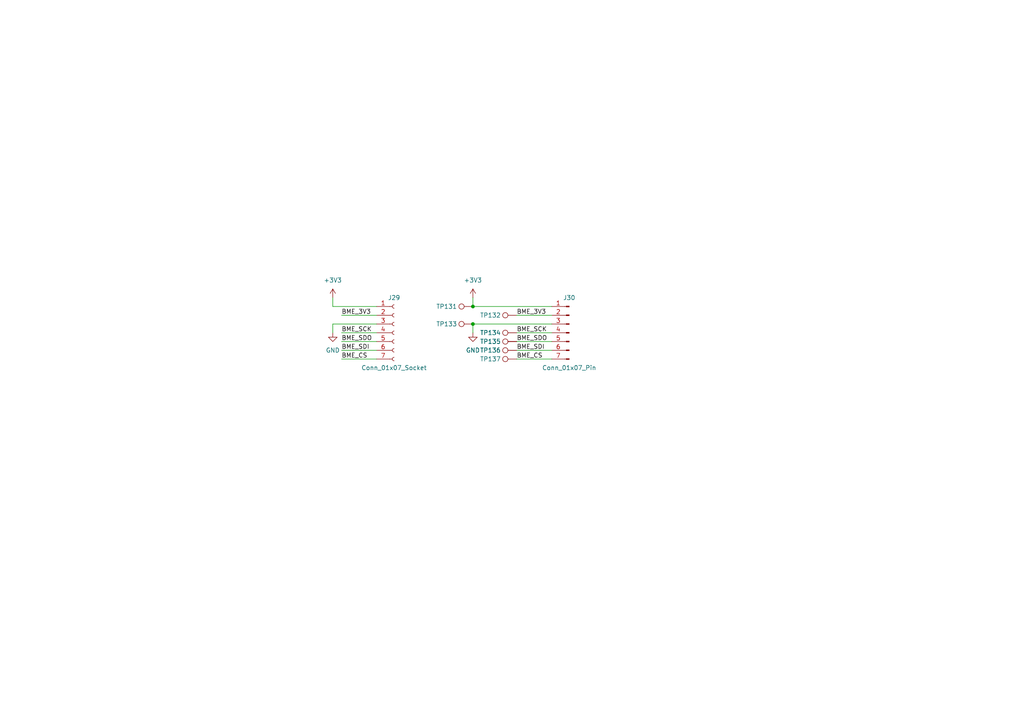
<source format=kicad_sch>
(kicad_sch (version 20231120) (generator "eeschema") (generator_version "8.0")
  (paper "A4")
  (title_block (title "Temperatura, Humedad, y Presión") (date "2024-07-18") (rev "Final"))
  (lib_symbols
    (symbol "Connector:Conn_01x07_Pin" (pin_names (offset 1.016) hide)
      (property "Reference" "J" (at 0 10.16 0))
      (property "Value" "Conn_01x07_Pin" (at 0 -10.16 0))
      (symbol "Conn_01x07_Pin_1_1"
        (polyline (pts (xy 1.27 -7.62) (xy 0.8636 -7.62)) (stroke (width 0.1524)))
        (polyline (pts (xy 1.27 -5.08) (xy 0.8636 -5.08)) (stroke (width 0.1524)))
        (polyline (pts (xy 1.27 -2.54) (xy 0.8636 -2.54)) (stroke (width 0.1524)))
        (polyline (pts (xy 1.27 0) (xy 0.8636 0)) (stroke (width 0.1524)))
        (polyline (pts (xy 1.27 2.54) (xy 0.8636 2.54)) (stroke (width 0.1524)))
        (polyline (pts (xy 1.27 5.08) (xy 0.8636 5.08)) (stroke (width 0.1524)))
        (polyline (pts (xy 1.27 7.62) (xy 0.8636 7.62)) (stroke (width 0.1524)))
        (rectangle (start 0.8636 -7.493) (end 0 -7.747) (stroke (width 0.1524)) (fill (type outline)))
        (rectangle (start 0.8636 -4.953) (end 0 -5.207) (stroke (width 0.1524)) (fill (type outline)))
        (rectangle (start 0.8636 -2.413) (end 0 -2.667) (stroke (width 0.1524)) (fill (type outline)))
        (rectangle (start 0.8636 0.127) (end 0 -0.127) (stroke (width 0.1524)) (fill (type outline)))
        (rectangle (start 0.8636 2.667) (end 0 2.413) (stroke (width 0.1524)) (fill (type outline)))
        (rectangle (start 0.8636 5.207) (end 0 4.953) (stroke (width 0.1524)) (fill (type outline)))
        (rectangle (start 0.8636 7.747) (end 0 7.493) (stroke (width 0.1524)) (fill (type outline)))
        (pin passive line (at 5.08 7.62 180) (length 3.81) (name "Pin_1") (number "1"))
        (pin passive line (at 5.08 5.08 180) (length 3.81) (name "Pin_2") (number "2"))
        (pin passive line (at 5.08 2.54 180) (length 3.81) (name "Pin_3") (number "3"))
        (pin passive line (at 5.08 0 180) (length 3.81) (name "Pin_4") (number "4"))
        (pin passive line (at 5.08 -2.54 180) (length 3.81) (name "Pin_5") (number "5"))
        (pin passive line (at 5.08 -5.08 180) (length 3.81) (name "Pin_6") (number "6"))
        (pin passive line (at 5.08 -7.62 180) (length 3.81) (name "Pin_7") (number "7"))
      )
    )
    (symbol "Connector:Conn_01x07_Socket" (pin_names (offset 1.016) hide)
      (property "Reference" "J" (at 0 10.16 0))
      (property "Value" "Conn_01x07_Socket" (at 0 -10.16 0))
      (symbol "Conn_01x07_Socket_1_1"
        (arc (start 0 -7.112) (mid -0.5058 -7.62) (end 0 -8.128) (stroke (width 0.1524)))
        (arc (start 0 -4.572) (mid -0.5058 -5.08) (end 0 -5.588) (stroke (width 0.1524)))
        (arc (start 0 -2.032) (mid -0.5058 -2.54) (end 0 -3.048) (stroke (width 0.1524)))
        (polyline (pts (xy -1.27 -7.62) (xy -0.508 -7.62)) (stroke (width 0.1524)))
        (polyline (pts (xy -1.27 -5.08) (xy -0.508 -5.08)) (stroke (width 0.1524)))
        (polyline (pts (xy -1.27 -2.54) (xy -0.508 -2.54)) (stroke (width 0.1524)))
        (polyline (pts (xy -1.27 0) (xy -0.508 0)) (stroke (width 0.1524)))
        (polyline (pts (xy -1.27 2.54) (xy -0.508 2.54)) (stroke (width 0.1524)))
        (polyline (pts (xy -1.27 5.08) (xy -0.508 5.08)) (stroke (width 0.1524)))
        (polyline (pts (xy -1.27 7.62) (xy -0.508 7.62)) (stroke (width 0.1524)))
        (arc (start 0 0.508) (mid -0.5058 0) (end 0 -0.508) (stroke (width 0.1524)))
        (arc (start 0 3.048) (mid -0.5058 2.54) (end 0 2.032) (stroke (width 0.1524)))
        (arc (start 0 5.588) (mid -0.5058 5.08) (end 0 4.572) (stroke (width 0.1524)))
        (arc (start 0 8.128) (mid -0.5058 7.62) (end 0 7.112) (stroke (width 0.1524)))
        (pin passive line (at -5.08 7.62 0) (length 3.81) (name "Pin_1") (number "1"))
        (pin passive line (at -5.08 5.08 0) (length 3.81) (name "Pin_2") (number "2"))
        (pin passive line (at -5.08 2.54 0) (length 3.81) (name "Pin_3") (number "3"))
        (pin passive line (at -5.08 0 0) (length 3.81) (name "Pin_4") (number "4"))
        (pin passive line (at -5.08 -2.54 0) (length 3.81) (name "Pin_5") (number "5"))
        (pin passive line (at -5.08 -5.08 0) (length 3.81) (name "Pin_6") (number "6"))
        (pin passive line (at -5.08 -7.62 0) (length 3.81) (name "Pin_7") (number "7"))
      )
    )
    (symbol "Connector:TestPoint" (pin_numbers hide) (pin_names (offset 0.762) hide)
      (property "Reference" "TP" (at 0 6.858 0))
      (property "Value" "TestPoint" (at 0 5.08 0))
      (symbol "TestPoint_0_1"
        (circle (center 0 3.302) (radius 0.762))
      )
      (symbol "TestPoint_1_1"
        (pin passive line (at 0 0 90) (length 2.54) (name "1") (number "1"))
      )
    )
    (symbol "power:+3V3" (power) (pin_names (offset 0))
      (property "Value" "+3V3" (at 0 3.556 0))
      (symbol "+3V3_0_1"
        (polyline (pts (xy -0.762 1.27) (xy 0 2.54)))
        (polyline (pts (xy 0 0) (xy 0 2.54)))
        (polyline (pts (xy 0 2.54) (xy 0.762 1.27)))
      )
      (symbol "+3V3_1_1"
        (pin power_in line (at 0 0 90) (length 0) hide (name "+3V3") (number "1"))
      )
    )
    (symbol "power:GND" (power) (pin_names (offset 0))
      (property "Value" "GND" (at 0 -3.81 0))
      (symbol "GND_0_1"
        (polyline (pts (xy 0 0) (xy 0 -1.27) (xy 1.27 -1.27) (xy 0 -2.54) (xy -1.27 -1.27) (xy 0 -1.27)))
      )
      (symbol "GND_1_1"
        (pin power_in line (at 0 0 270) (length 0) hide (name "GND") (number "1"))
      )
    )
  )
  (junction (at 137.16 88.9))
  (junction (at 137.16 93.98))
  (wire (pts (xy 96.52 86.36) (xy 96.52 88.9)))
  (wire (pts (xy 99.06 104.14) (xy 109.22 104.14)))
  (wire (pts (xy 149.86 101.6) (xy 160.02 101.6)))
  (wire (pts (xy 149.86 91.44) (xy 160.02 91.44)))
  (wire (pts (xy 137.16 88.9) (xy 160.02 88.9)))
  (wire (pts (xy 99.06 96.52) (xy 109.22 96.52)))
  (wire (pts (xy 99.06 101.6) (xy 109.22 101.6)))
  (wire (pts (xy 99.06 91.44) (xy 109.22 91.44)))
  (wire (pts (xy 137.16 96.52) (xy 137.16 93.98)))
  (wire (pts (xy 149.86 99.06) (xy 160.02 99.06)))
  (wire (pts (xy 96.52 96.52) (xy 96.52 93.98)))
  (wire (pts (xy 137.16 93.98) (xy 160.02 93.98)))
  (wire (pts (xy 99.06 99.06) (xy 109.22 99.06)))
  (wire (pts (xy 149.86 96.52) (xy 160.02 96.52)))
  (wire (pts (xy 149.86 104.14) (xy 160.02 104.14)))
  (wire (pts (xy 109.22 88.9) (xy 96.52 88.9)))
  (wire (pts (xy 96.52 93.98) (xy 109.22 93.98)))
  (wire (pts (xy 137.16 86.36) (xy 137.16 88.9)))
  (label "BME_CS" (at 149.86 104.14 0))
  (label "BME_SCK" (at 99.06 96.52 0))
  (label "BME_SDO" (at 99.06 99.06 0))
  (label "BME_3V3" (at 99.06 91.44 0))
  (label "BME_SCK" (at 149.86 96.52 0))
  (label "BME_SDO" (at 149.86 99.06 0))
  (label "BME_SDI" (at 99.06 101.6 0))
  (label "BME_3V3" (at 149.86 91.44 0))
  (label "BME_CS" (at 99.06 104.14 0))
  (label "BME_SDI" (at 149.86 101.6 0))
  (symbol (lib_id "power:GND") (at 137.16 96.52 0) (unit 1)
    (property "Reference" "#PWR077" (effects (hide yes)))
    (property "Value" "GND" (at 137.16 101.6 0))
  )
  (symbol (lib_id "Connector:TestPoint") (at 137.16 88.9 90) (unit 1)
    (property "Reference" "TP131" (at 129.54 88.9 90))
    (property "Value" "TestPoint" (effects (hide yes)))
    (property "Footprint" "TestPoint:TestPoint_Pad_D1.5mm" (effects (hide yes)))
  )
  (symbol (lib_id "power:+3V3") (at 96.52 86.36 0) (unit 1)
    (property "Reference" "#PWR074" (effects (hide yes)))
    (property "Value" "+3V3" (at 96.52 81.28 0))
  )
  (symbol (lib_id "Connector:TestPoint") (at 149.86 91.44 90) (unit 1)
    (property "Reference" "TP132" (at 142.24 91.44 90))
    (property "Value" "TestPoint" (effects (hide yes)))
    (property "Footprint" "TestPoint:TestPoint_Pad_D1.5mm" (effects (hide yes)))
  )
  (symbol (lib_id "power:+3V3") (at 137.16 86.36 0) (unit 1)
    (property "Reference" "#PWR076" (effects (hide yes)))
    (property "Value" "+3V3" (at 137.16 81.28 0))
  )
  (symbol (lib_id "Connector:TestPoint") (at 149.86 96.52 90) (unit 1)
    (property "Reference" "TP134" (at 142.24 96.52 90))
    (property "Value" "TestPoint" (effects (hide yes)))
    (property "Footprint" "TestPoint:TestPoint_Pad_D1.5mm" (effects (hide yes)))
  )
  (symbol (lib_id "Connector:Conn_01x07_Socket") (at 114.3 96.52 0) (unit 1)
    (property "Reference" "J29" (at 114.3 86.36 0))
    (property "Value" "Conn_01x07_Socket" (at 114.3 106.68 0))
    (property "Footprint" "Connector_PinSocket_2.54mm:PinSocket_1x07_P2.54mm_Vertical" (effects (hide yes)))
  )
  (symbol (lib_id "power:GND") (at 96.52 96.52 0) (unit 1)
    (property "Reference" "#PWR075" (effects (hide yes)))
    (property "Value" "GND" (at 96.52 101.6 0))
  )
  (symbol (lib_id "Connector:TestPoint") (at 149.86 101.6 90) (unit 1)
    (property "Reference" "TP136" (at 142.24 101.6 90))
    (property "Value" "TestPoint" (effects (hide yes)))
    (property "Footprint" "TestPoint:TestPoint_Pad_D1.5mm" (effects (hide yes)))
  )
  (symbol (lib_id "Connector:Conn_01x07_Pin") (at 165.1 96.52 0) (mirror y) (unit 1)
    (property "Reference" "J30" (at 165.1 86.36 0))
    (property "Value" "Conn_01x07_Pin" (at 165.1 106.68 0))
    (property "Footprint" "Connector_PinHeader_2.54mm:PinHeader_1x07_P2.54mm_Vertical" (effects (hide yes)))
  )
  (symbol (lib_id "Connector:TestPoint") (at 149.86 104.14 90) (unit 1)
    (property "Reference" "TP137" (at 142.24 104.14 90))
    (property "Value" "TestPoint" (effects (hide yes)))
    (property "Footprint" "TestPoint:TestPoint_Pad_D1.5mm" (effects (hide yes)))
  )
  (symbol (lib_id "Connector:TestPoint") (at 137.16 93.98 90) (unit 1)
    (property "Reference" "TP133" (at 129.54 93.98 90))
    (property "Value" "TestPoint" (effects (hide yes)))
    (property "Footprint" "TestPoint:TestPoint_Pad_D1.5mm" (effects (hide yes)))
  )
  (symbol (lib_id "Connector:TestPoint") (at 149.86 99.06 90) (unit 1)
    (property "Reference" "TP135" (at 142.24 99.06 90))
    (property "Value" "TestPoint" (effects (hide yes)))
    (property "Footprint" "TestPoint:TestPoint_Pad_D1.5mm" (effects (hide yes)))
  )
)
</source>
